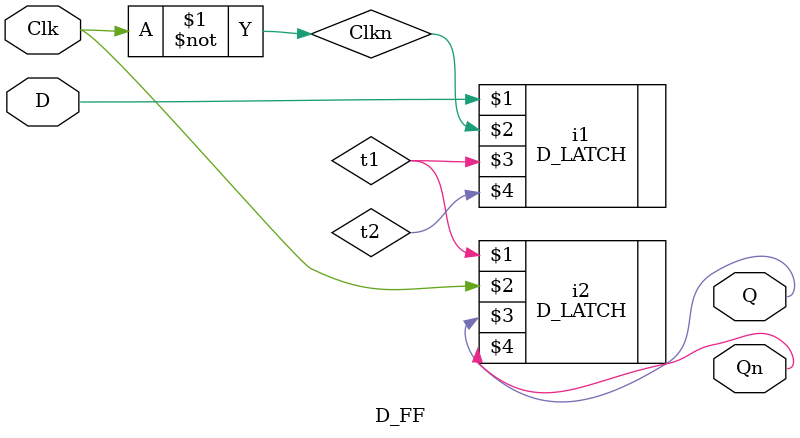
<source format=v>
`timescale 1ns / 1ps
module D_FF(D,Clk,Q,Qn
    );
	 input D,Clk;
	 output Q,Qn;
	 wire t1,t2,Clkn;
	 not i0(Clkn,Clk);
	 D_LATCH i1(D,Clkn,t1,t2);
	 D_LATCH i2(t1,Clk,Q,Qn);

endmodule

</source>
